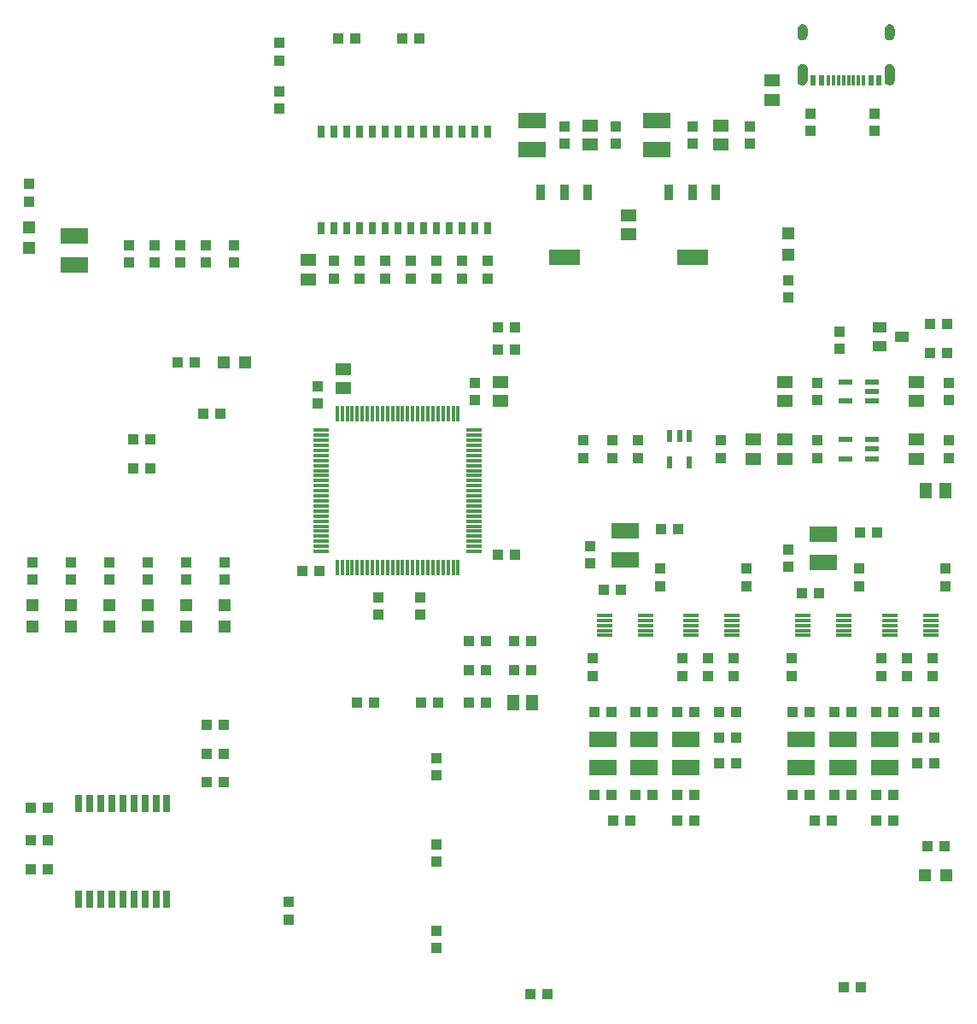
<source format=gbr>
G04 EAGLE Gerber RS-274X export*
G75*
%MOMM*%
%FSLAX34Y34*%
%LPD*%
%INSolderpaste Top*%
%IPPOS*%
%AMOC8*
5,1,8,0,0,1.08239X$1,22.5*%
G01*
%ADD10R,1.000000X1.100000*%
%ADD11R,1.100000X1.000000*%
%ADD12R,1.320800X0.558800*%
%ADD13R,1.500000X1.300000*%
%ADD14R,1.524000X0.330200*%
%ADD15R,2.700000X1.600000*%
%ADD16R,0.600000X1.200000*%
%ADD17R,0.762000X1.270000*%
%ADD18R,0.300000X1.600000*%
%ADD19R,1.600000X0.300000*%
%ADD20R,1.200000X1.200000*%
%ADD21R,1.400000X1.000000*%
%ADD22R,0.838200X1.600200*%
%ADD23R,3.098800X1.600200*%
%ADD24R,0.800000X1.800000*%
%ADD25R,0.700000X1.800000*%
%ADD26R,1.300000X1.500000*%
%ADD27R,0.300000X1.000000*%
%ADD28R,0.600000X1.000000*%

G36*
X814254Y925555D02*
X814254Y925555D01*
X814257Y925551D01*
X815365Y925721D01*
X815371Y925727D01*
X815376Y925724D01*
X816418Y926136D01*
X816422Y926143D01*
X816427Y926141D01*
X817352Y926775D01*
X817354Y926783D01*
X817360Y926782D01*
X818120Y927606D01*
X818121Y927614D01*
X818127Y927614D01*
X818684Y928586D01*
X818684Y928590D01*
X818685Y928591D01*
X818683Y928593D01*
X818683Y928594D01*
X818689Y928596D01*
X819016Y929668D01*
X819015Y929673D01*
X819017Y929674D01*
X819015Y929677D01*
X819018Y929679D01*
X819099Y930796D01*
X819098Y930799D01*
X819099Y930800D01*
X819099Y942800D01*
X819094Y942807D01*
X819098Y942811D01*
X818879Y943755D01*
X818873Y943761D01*
X818875Y943766D01*
X818452Y944638D01*
X818444Y944641D01*
X818446Y944647D01*
X817839Y945403D01*
X817831Y945405D01*
X817831Y945411D01*
X817071Y946012D01*
X817062Y946012D01*
X817061Y946018D01*
X816186Y946436D01*
X816178Y946434D01*
X816176Y946439D01*
X815230Y946652D01*
X815223Y946648D01*
X815219Y946653D01*
X814250Y946649D01*
X814249Y946649D01*
X813181Y946630D01*
X813180Y946630D01*
X813179Y946630D01*
X813174Y946626D01*
X813170Y946629D01*
X812133Y946373D01*
X812128Y946366D01*
X812122Y946369D01*
X811168Y945888D01*
X811165Y945881D01*
X811159Y945882D01*
X810336Y945201D01*
X810334Y945193D01*
X810328Y945193D01*
X809677Y944346D01*
X809677Y944338D01*
X809671Y944337D01*
X809224Y943366D01*
X809226Y943358D01*
X809221Y943356D01*
X809002Y942310D01*
X809005Y942303D01*
X809001Y942300D01*
X809001Y930300D01*
X809004Y930295D01*
X809001Y930292D01*
X809181Y929197D01*
X809187Y929191D01*
X809184Y929186D01*
X809603Y928158D01*
X809610Y928154D01*
X809608Y928149D01*
X810246Y927240D01*
X810253Y927238D01*
X810253Y927232D01*
X811076Y926488D01*
X811084Y926487D01*
X811085Y926481D01*
X812053Y925939D01*
X812062Y925940D01*
X812064Y925934D01*
X813128Y925621D01*
X813136Y925624D01*
X813139Y925619D01*
X814247Y925551D01*
X814254Y925555D01*
G37*
G36*
X900752Y925554D02*
X900752Y925554D01*
X900756Y925551D01*
X901801Y925669D01*
X901807Y925675D01*
X901812Y925671D01*
X902806Y926019D01*
X902810Y926026D01*
X902815Y926024D01*
X903707Y926584D01*
X903710Y926591D01*
X903715Y926591D01*
X904459Y927335D01*
X904461Y927343D01*
X904466Y927343D01*
X905026Y928235D01*
X905026Y928242D01*
X905027Y928243D01*
X905031Y928244D01*
X905379Y929238D01*
X905376Y929246D01*
X905381Y929249D01*
X905499Y930295D01*
X905497Y930298D01*
X905499Y930300D01*
X905499Y942300D01*
X905496Y942305D01*
X905499Y942308D01*
X905341Y943304D01*
X905335Y943310D01*
X905338Y943315D01*
X904963Y944251D01*
X904956Y944255D01*
X904958Y944261D01*
X904384Y945090D01*
X904376Y945093D01*
X904377Y945098D01*
X903633Y945779D01*
X903624Y945780D01*
X903624Y945786D01*
X902747Y946284D01*
X902739Y946283D01*
X902736Y946288D01*
X901771Y946579D01*
X901763Y946576D01*
X901760Y946581D01*
X900753Y946649D01*
X900751Y946648D01*
X900750Y946649D01*
X899669Y946640D01*
X899662Y946635D01*
X899658Y946639D01*
X898606Y946390D01*
X898601Y946383D01*
X898596Y946386D01*
X897626Y945909D01*
X897623Y945901D01*
X897617Y945903D01*
X896778Y945222D01*
X896776Y945214D01*
X896770Y945214D01*
X896104Y944364D01*
X896103Y944355D01*
X896098Y944354D01*
X895637Y943377D01*
X895639Y943369D01*
X895634Y943366D01*
X895402Y942311D01*
X895403Y942309D01*
X895405Y942303D01*
X895401Y942300D01*
X895401Y930300D01*
X895405Y930295D01*
X895401Y930292D01*
X895594Y929186D01*
X895600Y929181D01*
X895597Y929176D01*
X896030Y928141D01*
X896037Y928137D01*
X896035Y928132D01*
X896688Y927219D01*
X896696Y927217D01*
X896695Y927211D01*
X897534Y926467D01*
X897543Y926466D01*
X897543Y926461D01*
X898527Y925922D01*
X898535Y925923D01*
X898537Y925918D01*
X899616Y925611D01*
X899624Y925614D01*
X899627Y925609D01*
X900747Y925551D01*
X900752Y925554D01*
G37*
G36*
X814254Y970056D02*
X814254Y970056D01*
X814259Y970052D01*
X815396Y970259D01*
X815402Y970265D01*
X815407Y970262D01*
X816469Y970717D01*
X816473Y970724D01*
X816479Y970722D01*
X817414Y971402D01*
X817416Y971410D01*
X817422Y971409D01*
X818182Y972280D01*
X818182Y972288D01*
X818188Y972289D01*
X818735Y973308D01*
X818734Y973316D01*
X818739Y973318D01*
X818745Y973337D01*
X818758Y973386D01*
X818772Y973436D01*
X818785Y973485D01*
X818799Y973534D01*
X818812Y973583D01*
X818813Y973583D01*
X818812Y973583D01*
X818826Y973633D01*
X818840Y973682D01*
X818853Y973731D01*
X818867Y973780D01*
X818880Y973830D01*
X818894Y973879D01*
X818907Y973928D01*
X818921Y973977D01*
X818935Y974027D01*
X818948Y974076D01*
X818962Y974125D01*
X819046Y974432D01*
X819043Y974440D01*
X819048Y974443D01*
X819099Y975598D01*
X819098Y975599D01*
X819099Y975600D01*
X819099Y981600D01*
X819095Y981606D01*
X819098Y981609D01*
X818886Y982690D01*
X818880Y982695D01*
X818883Y982700D01*
X818436Y983706D01*
X818429Y983710D01*
X818431Y983716D01*
X817771Y984597D01*
X817763Y984600D01*
X817763Y984605D01*
X816924Y985318D01*
X816916Y985318D01*
X816915Y985324D01*
X815938Y985832D01*
X815930Y985831D01*
X815928Y985836D01*
X814863Y986114D01*
X814855Y986111D01*
X814852Y986115D01*
X813752Y986149D01*
X813746Y986146D01*
X813743Y986149D01*
X812668Y985994D01*
X812662Y985988D01*
X812657Y985991D01*
X811643Y985601D01*
X811639Y985594D01*
X811633Y985596D01*
X810731Y984989D01*
X810729Y984981D01*
X810723Y984982D01*
X809979Y984190D01*
X809978Y984182D01*
X809972Y984182D01*
X809423Y983244D01*
X809424Y983236D01*
X809418Y983234D01*
X809091Y982198D01*
X809094Y982190D01*
X809089Y982187D01*
X809001Y981104D01*
X809003Y981101D01*
X809001Y981100D01*
X809001Y975100D01*
X809004Y975096D01*
X809001Y975094D01*
X809151Y973961D01*
X809157Y973955D01*
X809154Y973950D01*
X809552Y972880D01*
X809559Y972876D01*
X809557Y972870D01*
X810184Y971915D01*
X810192Y971912D01*
X810191Y971907D01*
X811014Y971115D01*
X811022Y971114D01*
X811023Y971108D01*
X812002Y970519D01*
X812010Y970520D01*
X812012Y970515D01*
X813097Y970159D01*
X813105Y970162D01*
X813108Y970157D01*
X814245Y970051D01*
X814254Y970056D01*
G37*
G36*
X901392Y970157D02*
X901392Y970157D01*
X901398Y970162D01*
X901403Y970159D01*
X902488Y970515D01*
X902493Y970522D01*
X902498Y970519D01*
X903477Y971108D01*
X903480Y971116D01*
X903486Y971115D01*
X904309Y971907D01*
X904310Y971915D01*
X904316Y971915D01*
X904943Y972870D01*
X904942Y972878D01*
X904948Y972880D01*
X905346Y973950D01*
X905344Y973958D01*
X905349Y973961D01*
X905499Y975094D01*
X905496Y975098D01*
X905499Y975100D01*
X905499Y981100D01*
X905496Y981104D01*
X905499Y981106D01*
X905349Y982239D01*
X905343Y982245D01*
X905346Y982250D01*
X904948Y983320D01*
X904941Y983324D01*
X904943Y983330D01*
X904316Y984285D01*
X904308Y984288D01*
X904309Y984293D01*
X903486Y985085D01*
X903478Y985086D01*
X903477Y985092D01*
X902498Y985681D01*
X902490Y985680D01*
X902488Y985685D01*
X901403Y986041D01*
X901395Y986039D01*
X901392Y986043D01*
X900255Y986149D01*
X900248Y986145D01*
X900244Y986149D01*
X899156Y986004D01*
X899150Y985998D01*
X899145Y986001D01*
X898117Y985618D01*
X898112Y985611D01*
X898107Y985613D01*
X897190Y985010D01*
X897187Y985002D01*
X897181Y985003D01*
X896421Y984211D01*
X896420Y984203D01*
X896414Y984202D01*
X895850Y983261D01*
X895851Y983253D01*
X895845Y983251D01*
X895504Y982208D01*
X895506Y982200D01*
X895502Y982197D01*
X895401Y981105D01*
X895403Y981102D01*
X895401Y981100D01*
X895401Y975100D01*
X895403Y975097D01*
X895401Y975096D01*
X895502Y974003D01*
X895507Y973997D01*
X895504Y973992D01*
X895845Y972949D01*
X895852Y972944D01*
X895850Y972939D01*
X896414Y971998D01*
X896422Y971995D01*
X896421Y971989D01*
X897181Y971197D01*
X897189Y971196D01*
X897190Y971190D01*
X898107Y970588D01*
X898115Y970588D01*
X898117Y970583D01*
X899145Y970199D01*
X899153Y970201D01*
X899156Y970196D01*
X900244Y970051D01*
X900251Y970055D01*
X900255Y970051D01*
X901392Y970157D01*
G37*
D10*
X560950Y25400D03*
X543950Y25400D03*
X872100Y31750D03*
X855100Y31750D03*
X626500Y196850D03*
X643500Y196850D03*
X826525Y196850D03*
X843525Y196850D03*
X665725Y222250D03*
X648725Y222250D03*
D11*
X607450Y222250D03*
X624450Y222250D03*
X607450Y304800D03*
X624450Y304800D03*
X690000Y304800D03*
X707000Y304800D03*
D12*
X882904Y612902D03*
X882904Y622300D03*
X882904Y631698D03*
X856996Y631698D03*
X856996Y612902D03*
D13*
X796925Y612800D03*
X796925Y631800D03*
D14*
X744220Y380619D03*
X744220Y385445D03*
X744220Y390525D03*
X744220Y395605D03*
X744220Y400431D03*
X703580Y400431D03*
X703580Y395605D03*
X703580Y390525D03*
X703580Y385445D03*
X703580Y380619D03*
D10*
X720725Y357750D03*
X720725Y340750D03*
X695325Y340750D03*
X695325Y357750D03*
D15*
X615950Y249525D03*
X615950Y277525D03*
X657225Y249525D03*
X657225Y277525D03*
D10*
X758825Y446650D03*
X758825Y429650D03*
D11*
X804300Y222250D03*
X821300Y222250D03*
X804300Y304800D03*
X821300Y304800D03*
X886850Y304800D03*
X903850Y304800D03*
D14*
X941070Y380619D03*
X941070Y385445D03*
X941070Y390525D03*
X941070Y395605D03*
X941070Y400431D03*
X900430Y400431D03*
X900430Y395605D03*
X900430Y390525D03*
X900430Y385445D03*
X900430Y380619D03*
D10*
X892175Y340750D03*
X892175Y357750D03*
D15*
X812800Y249525D03*
X812800Y277525D03*
X854075Y249525D03*
X854075Y277525D03*
D10*
X955675Y446650D03*
X955675Y429650D03*
D11*
X625475Y556650D03*
X625475Y573650D03*
D16*
X701650Y552090D03*
X682650Y552090D03*
X701650Y578210D03*
X692150Y578210D03*
X682650Y578210D03*
D11*
X733425Y556650D03*
X733425Y573650D03*
X596900Y556650D03*
X596900Y573650D03*
D10*
X650875Y556650D03*
X650875Y573650D03*
D14*
X855345Y380619D03*
X855345Y385445D03*
X855345Y390525D03*
X855345Y395605D03*
X855345Y400431D03*
X814705Y400431D03*
X814705Y395605D03*
X814705Y390525D03*
X814705Y385445D03*
X814705Y380619D03*
D10*
X800100Y448700D03*
X800100Y465700D03*
X803275Y340750D03*
X803275Y357750D03*
X869950Y446650D03*
X869950Y429650D03*
X830825Y422275D03*
X813825Y422275D03*
D14*
X658495Y380619D03*
X658495Y385445D03*
X658495Y390525D03*
X658495Y395605D03*
X658495Y400431D03*
X617855Y400431D03*
X617855Y395605D03*
X617855Y390525D03*
X617855Y385445D03*
X617855Y380619D03*
D10*
X603250Y451875D03*
X603250Y468875D03*
X606425Y340750D03*
X606425Y357750D03*
X673100Y446650D03*
X673100Y429650D03*
X633975Y425450D03*
X616975Y425450D03*
D11*
X707000Y196850D03*
X690000Y196850D03*
D10*
X690000Y222250D03*
X707000Y222250D03*
D11*
X903850Y196850D03*
X886850Y196850D03*
D10*
X886850Y222250D03*
X903850Y222250D03*
X731275Y304800D03*
X748275Y304800D03*
X928125Y304800D03*
X945125Y304800D03*
X917575Y357750D03*
X917575Y340750D03*
D11*
X731275Y279400D03*
X748275Y279400D03*
X928125Y279400D03*
X945125Y279400D03*
D10*
X862575Y222250D03*
X845575Y222250D03*
D15*
X895350Y249525D03*
X895350Y277525D03*
D11*
X845575Y304800D03*
X862575Y304800D03*
X648725Y304800D03*
X665725Y304800D03*
D15*
X698500Y249525D03*
X698500Y277525D03*
D17*
X336550Y784050D03*
X349250Y784050D03*
X361950Y784050D03*
X374650Y784050D03*
X387350Y784050D03*
X400050Y784050D03*
X412750Y784050D03*
X425450Y784050D03*
X438150Y784050D03*
X450850Y784050D03*
X438150Y879650D03*
X450850Y879650D03*
X463550Y879650D03*
X476250Y879650D03*
X488950Y879650D03*
X501650Y879650D03*
X501650Y784050D03*
X488950Y784050D03*
X476250Y784050D03*
X463550Y784050D03*
X425450Y879650D03*
X412750Y879650D03*
X400050Y879650D03*
X387350Y879650D03*
X374650Y879650D03*
X361950Y879650D03*
X349250Y879650D03*
X336550Y879650D03*
D11*
X295275Y950350D03*
X295275Y967350D03*
X295275Y902725D03*
X295275Y919725D03*
X250825Y750325D03*
X250825Y767325D03*
X196850Y750325D03*
X196850Y767325D03*
X146050Y767325D03*
X146050Y750325D03*
X171450Y767325D03*
X171450Y750325D03*
X476250Y751450D03*
X476250Y734450D03*
X501650Y734450D03*
X501650Y751450D03*
D10*
X222250Y767325D03*
X222250Y750325D03*
D11*
X433950Y971550D03*
X416950Y971550D03*
X353450Y971550D03*
X370450Y971550D03*
X850900Y681600D03*
X850900Y664600D03*
D10*
X957825Y660400D03*
X940825Y660400D03*
X940825Y688975D03*
X957825Y688975D03*
X240275Y263525D03*
X223275Y263525D03*
X240275Y234950D03*
X223275Y234950D03*
D15*
X669925Y862300D03*
X669925Y890300D03*
D10*
X240275Y292100D03*
X223275Y292100D03*
X577850Y884800D03*
X577850Y867800D03*
D15*
X546100Y890300D03*
X546100Y862300D03*
D10*
X958850Y630800D03*
X958850Y613800D03*
D15*
X835025Y480725D03*
X835025Y452725D03*
X638175Y483900D03*
X638175Y455900D03*
D11*
X674125Y485775D03*
X691125Y485775D03*
X870975Y482600D03*
X887975Y482600D03*
D18*
X352750Y447875D03*
X357750Y447875D03*
X362750Y447875D03*
X367750Y447875D03*
X372750Y447875D03*
X377750Y447875D03*
X382750Y447875D03*
X387750Y447875D03*
X392750Y447875D03*
X397750Y447875D03*
X402750Y447875D03*
X407750Y447875D03*
X412750Y447875D03*
X417750Y447875D03*
X422750Y447875D03*
X427750Y447875D03*
X432750Y447875D03*
X437750Y447875D03*
X442750Y447875D03*
X447750Y447875D03*
X452750Y447875D03*
X457750Y447875D03*
X462750Y447875D03*
X467750Y447875D03*
X472750Y447875D03*
D19*
X488750Y463875D03*
X488750Y468875D03*
X488750Y473875D03*
X488750Y478875D03*
X488750Y483875D03*
X488750Y488875D03*
X488750Y493875D03*
X488750Y498875D03*
X488750Y503875D03*
X488750Y508875D03*
X488750Y513875D03*
X488750Y518875D03*
X488750Y523875D03*
X488750Y528875D03*
X488750Y533875D03*
X488750Y538875D03*
X488750Y543875D03*
X488750Y548875D03*
X488750Y553875D03*
X488750Y558875D03*
X488750Y563875D03*
X488750Y568875D03*
X488750Y573875D03*
X488750Y578875D03*
X488750Y583875D03*
D18*
X472750Y599875D03*
X467750Y599875D03*
X462750Y599875D03*
X457750Y599875D03*
X452750Y599875D03*
X447750Y599875D03*
X442750Y599875D03*
X437750Y599875D03*
X432750Y599875D03*
X427750Y599875D03*
X422750Y599875D03*
X417750Y599875D03*
X412750Y599875D03*
X407750Y599875D03*
X402750Y599875D03*
X397750Y599875D03*
X392750Y599875D03*
X387750Y599875D03*
X382750Y599875D03*
X377750Y599875D03*
X372750Y599875D03*
X367750Y599875D03*
X362750Y599875D03*
X357750Y599875D03*
X352750Y599875D03*
D19*
X336750Y583875D03*
X336750Y578875D03*
X336750Y573875D03*
X336750Y568875D03*
X336750Y563875D03*
X336750Y558875D03*
X336750Y553875D03*
X336750Y548875D03*
X336750Y543875D03*
X336750Y538875D03*
X336750Y533875D03*
X336750Y528875D03*
X336750Y523875D03*
X336750Y518875D03*
X336750Y513875D03*
X336750Y508875D03*
X336750Y503875D03*
X336750Y498875D03*
X336750Y493875D03*
X336750Y488875D03*
X336750Y483875D03*
X336750Y478875D03*
X336750Y473875D03*
X336750Y468875D03*
X336750Y463875D03*
D11*
X453000Y314325D03*
X436000Y314325D03*
X372500Y314325D03*
X389500Y314325D03*
X304800Y99450D03*
X304800Y116450D03*
D10*
X450850Y87875D03*
X450850Y70875D03*
D11*
X483625Y374650D03*
X500625Y374650D03*
X483625Y346075D03*
X500625Y346075D03*
X545075Y374650D03*
X528075Y374650D03*
X545075Y346075D03*
X528075Y346075D03*
D10*
X500625Y314325D03*
X483625Y314325D03*
X393700Y418075D03*
X393700Y401075D03*
X488950Y613800D03*
X488950Y630800D03*
D11*
X512200Y460375D03*
X529200Y460375D03*
X335525Y444500D03*
X318525Y444500D03*
D10*
X333375Y610625D03*
X333375Y627625D03*
X434975Y418075D03*
X434975Y401075D03*
D13*
X514350Y612800D03*
X514350Y631800D03*
X358775Y625500D03*
X358775Y644500D03*
D11*
X450850Y156600D03*
X450850Y173600D03*
D10*
X167250Y546100D03*
X150250Y546100D03*
X167250Y574675D03*
X150250Y574675D03*
X512200Y663575D03*
X529200Y663575D03*
X529200Y685800D03*
X512200Y685800D03*
D20*
X127000Y389550D03*
X127000Y410550D03*
X165100Y389550D03*
X165100Y410550D03*
X261325Y650875D03*
X240325Y650875D03*
X241300Y389550D03*
X241300Y410550D03*
X50800Y389550D03*
X50800Y410550D03*
X88900Y389550D03*
X88900Y410550D03*
X203200Y389550D03*
X203200Y410550D03*
D10*
X211700Y650875D03*
X194700Y650875D03*
D11*
X241300Y436000D03*
X241300Y453000D03*
X50800Y436000D03*
X50800Y453000D03*
X203200Y436000D03*
X203200Y453000D03*
X165100Y436000D03*
X165100Y453000D03*
X88900Y436000D03*
X88900Y453000D03*
X127000Y436000D03*
X127000Y453000D03*
X450850Y242325D03*
X450850Y259325D03*
D10*
X237100Y600075D03*
X220100Y600075D03*
D21*
X912700Y676275D03*
X890700Y666775D03*
X890700Y685775D03*
D22*
X727964Y819404D03*
X704850Y819404D03*
X681736Y819404D03*
D23*
X704850Y755396D03*
D22*
X600964Y819404D03*
X577850Y819404D03*
X554736Y819404D03*
D23*
X577850Y755396D03*
D13*
X603250Y866800D03*
X603250Y885800D03*
D10*
X628650Y884800D03*
X628650Y867800D03*
D13*
X733425Y866800D03*
X733425Y885800D03*
D10*
X762000Y884800D03*
X762000Y867800D03*
D24*
X107200Y119600D03*
X118200Y119600D03*
X129200Y119600D03*
X140200Y119600D03*
X151200Y119600D03*
X162200Y119600D03*
X173200Y119600D03*
D25*
X183700Y119600D03*
X96700Y119600D03*
D24*
X107200Y214600D03*
X118200Y214600D03*
X129200Y214600D03*
X140200Y214600D03*
X151200Y214600D03*
X162200Y214600D03*
X173200Y214600D03*
D25*
X183700Y214600D03*
X96700Y214600D03*
D13*
X641350Y796900D03*
X641350Y777900D03*
D26*
X527075Y314325D03*
X546075Y314325D03*
D13*
X927100Y631800D03*
X927100Y612800D03*
X784225Y911250D03*
X784225Y930250D03*
D11*
X349250Y751450D03*
X349250Y734450D03*
X374650Y751450D03*
X374650Y734450D03*
D13*
X323850Y733450D03*
X323850Y752450D03*
D11*
X450850Y751450D03*
X450850Y734450D03*
X400050Y751450D03*
X400050Y734450D03*
X425450Y751450D03*
X425450Y734450D03*
D10*
X65650Y149225D03*
X48650Y149225D03*
X65650Y177800D03*
X48650Y177800D03*
D11*
X65650Y209550D03*
X48650Y209550D03*
D10*
X828675Y613800D03*
X828675Y630800D03*
D15*
X92075Y748000D03*
X92075Y776000D03*
D10*
X704850Y867800D03*
X704850Y884800D03*
D27*
X849750Y930500D03*
X854750Y930500D03*
D28*
X825000Y930500D03*
X832750Y930500D03*
D27*
X839750Y930500D03*
X844750Y930500D03*
X864750Y930500D03*
X859750Y930500D03*
D28*
X889500Y930500D03*
X881750Y930500D03*
D27*
X874750Y930500D03*
X869750Y930500D03*
D11*
X822325Y897500D03*
X822325Y880500D03*
X885825Y897500D03*
X885825Y880500D03*
D20*
X800100Y778850D03*
X800100Y757850D03*
D11*
X800100Y732400D03*
X800100Y715400D03*
D20*
X47625Y764200D03*
X47625Y785200D03*
D11*
X47625Y810650D03*
X47625Y827650D03*
D10*
X945125Y254000D03*
X928125Y254000D03*
D11*
X942975Y340750D03*
X942975Y357750D03*
D10*
X748275Y254000D03*
X731275Y254000D03*
D11*
X746125Y340750D03*
X746125Y357750D03*
D12*
X882904Y555752D03*
X882904Y565150D03*
X882904Y574548D03*
X856996Y574548D03*
X856996Y555752D03*
D10*
X828675Y556650D03*
X828675Y573650D03*
X958850Y573650D03*
X958850Y556650D03*
D13*
X927100Y574650D03*
X927100Y555650D03*
X796925Y555650D03*
X796925Y574650D03*
X765175Y574650D03*
X765175Y555650D03*
D26*
X936650Y523875D03*
X955650Y523875D03*
D10*
X937650Y171450D03*
X954650Y171450D03*
D20*
X956650Y142875D03*
X935650Y142875D03*
M02*

</source>
